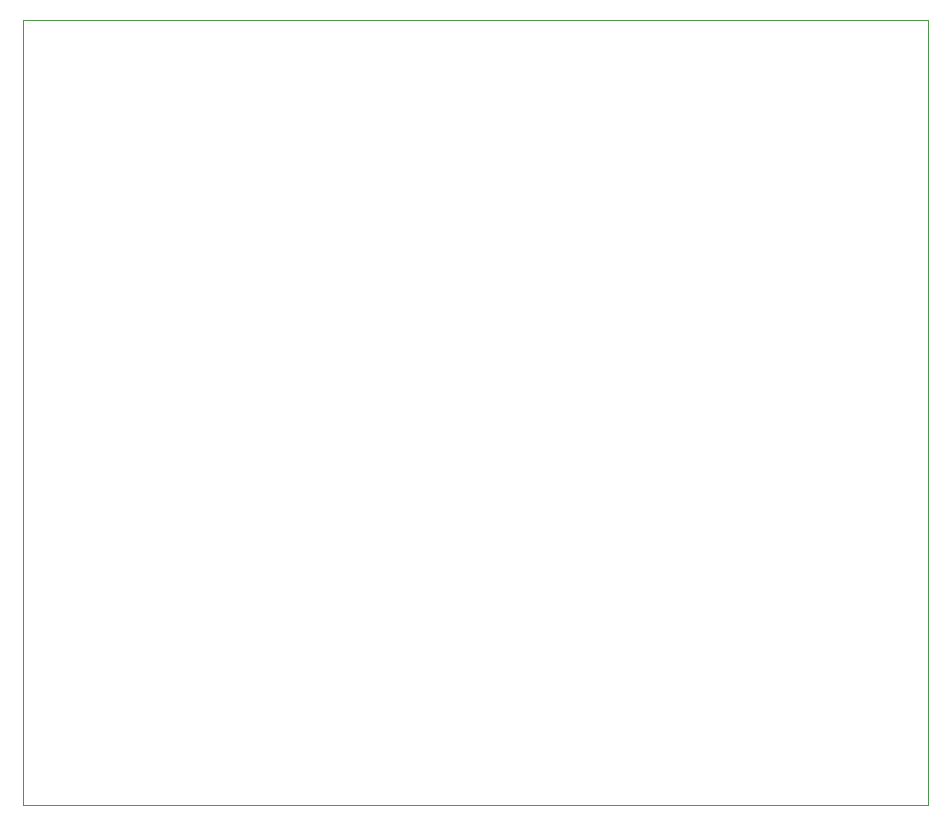
<source format=gbr>
%TF.GenerationSoftware,KiCad,Pcbnew,(5.1.10)-1*%
%TF.CreationDate,2022-05-23T16:08:43+02:00*%
%TF.ProjectId,Schrittmotoransteuerung2_0,53636872-6974-4746-9d6f-746f72616e73,rev?*%
%TF.SameCoordinates,Original*%
%TF.FileFunction,Profile,NP*%
%FSLAX46Y46*%
G04 Gerber Fmt 4.6, Leading zero omitted, Abs format (unit mm)*
G04 Created by KiCad (PCBNEW (5.1.10)-1) date 2022-05-23 16:08:43*
%MOMM*%
%LPD*%
G01*
G04 APERTURE LIST*
%TA.AperFunction,Profile*%
%ADD10C,0.050000*%
%TD*%
G04 APERTURE END LIST*
D10*
X39306500Y-24955500D02*
X39306500Y-25209500D01*
X115951000Y-24955500D02*
X39306500Y-24955500D01*
X39306500Y-25527000D02*
X39306500Y-25209500D01*
X39306500Y-91440000D02*
X39306500Y-25527000D01*
X115951000Y-91440000D02*
X39306500Y-91440000D01*
X115951000Y-24955500D02*
X115951000Y-91440000D01*
M02*

</source>
